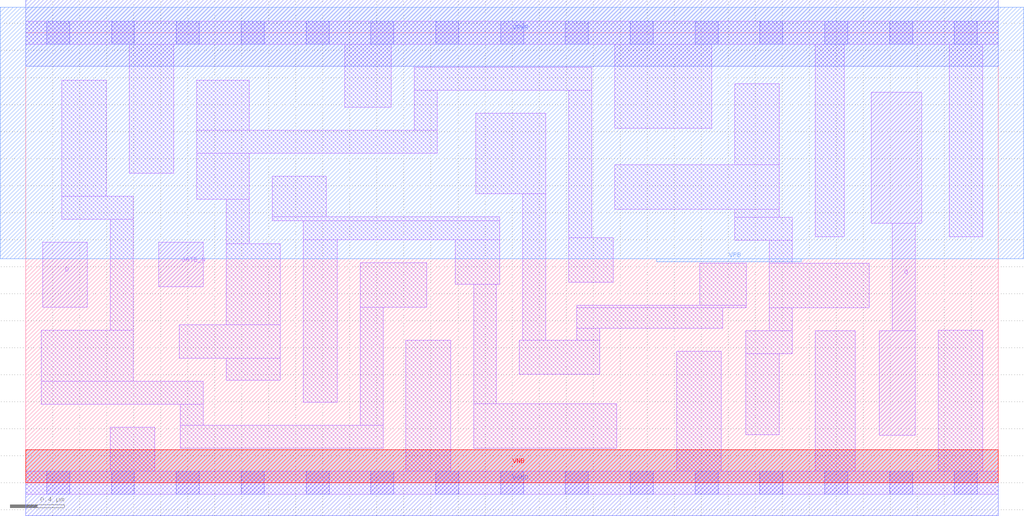
<source format=lef>
# Copyright 2020 The SkyWater PDK Authors
#
# Licensed under the Apache License, Version 2.0 (the "License");
# you may not use this file except in compliance with the License.
# You may obtain a copy of the License at
#
#     https://www.apache.org/licenses/LICENSE-2.0
#
# Unless required by applicable law or agreed to in writing, software
# distributed under the License is distributed on an "AS IS" BASIS,
# WITHOUT WARRANTIES OR CONDITIONS OF ANY KIND, either express or implied.
# See the License for the specific language governing permissions and
# limitations under the License.
#
# SPDX-License-Identifier: Apache-2.0

VERSION 5.7 ;
  NOWIREEXTENSIONATPIN ON ;
  DIVIDERCHAR "/" ;
  BUSBITCHARS "[]" ;
MACRO sky130_fd_sc_hs__dlxtn_2
  CLASS CORE ;
  FOREIGN sky130_fd_sc_hs__dlxtn_2 ;
  ORIGIN  0.000000  0.000000 ;
  SIZE  7.200000 BY  3.330000 ;
  SYMMETRY X Y ;
  SITE unit ;
  PIN D
    ANTENNAGATEAREA  0.208500 ;
    DIRECTION INPUT ;
    USE SIGNAL ;
    PORT
      LAYER li1 ;
        RECT 0.125000 1.300000 0.455000 1.780000 ;
    END
  END D
  PIN Q
    ANTENNADIFFAREA  0.638000 ;
    DIRECTION OUTPUT ;
    USE SIGNAL ;
    PORT
      LAYER li1 ;
        RECT 6.260000 1.920000 6.635000 2.890000 ;
        RECT 6.320000 0.350000 6.585000 1.125000 ;
        RECT 6.415000 1.125000 6.585000 1.920000 ;
    END
  END Q
  PIN GATE_N
    ANTENNAGATEAREA  0.237000 ;
    DIRECTION INPUT ;
    USE CLOCK ;
    PORT
      LAYER li1 ;
        RECT 0.985000 1.450000 1.315000 1.780000 ;
    END
  END GATE_N
  PIN VGND
    DIRECTION INOUT ;
    USE GROUND ;
    PORT
      LAYER met1 ;
        RECT 0.000000 -0.245000 7.200000 0.245000 ;
    END
  END VGND
  PIN VNB
    DIRECTION INOUT ;
    USE GROUND ;
    PORT
      LAYER pwell ;
        RECT 0.000000 0.000000 7.200000 0.245000 ;
    END
  END VNB
  PIN VPB
    DIRECTION INOUT ;
    USE POWER ;
    PORT
      LAYER nwell ;
        RECT -0.190000 1.660000 7.390000 3.520000 ;
        RECT  4.670000 1.635000 5.740000 1.660000 ;
    END
  END VPB
  PIN VPWR
    DIRECTION INOUT ;
    USE POWER ;
    PORT
      LAYER met1 ;
        RECT 0.000000 3.085000 7.200000 3.575000 ;
    END
  END VPWR
  OBS
    LAYER li1 ;
      RECT 0.000000 -0.085000 7.200000 0.085000 ;
      RECT 0.000000  3.245000 7.200000 3.415000 ;
      RECT 0.115000  0.580000 1.315000 0.750000 ;
      RECT 0.115000  0.750000 0.795000 1.130000 ;
      RECT 0.265000  1.950000 0.795000 2.120000 ;
      RECT 0.265000  2.120000 0.595000 2.980000 ;
      RECT 0.625000  0.085000 0.955000 0.410000 ;
      RECT 0.625000  1.130000 0.795000 1.950000 ;
      RECT 0.765000  2.290000 1.095000 3.245000 ;
      RECT 1.135000  0.920000 1.885000 1.170000 ;
      RECT 1.145000  0.255000 2.645000 0.425000 ;
      RECT 1.145000  0.425000 1.315000 0.580000 ;
      RECT 1.265000  2.100000 1.655000 2.440000 ;
      RECT 1.265000  2.440000 3.045000 2.610000 ;
      RECT 1.265000  2.610000 1.655000 2.980000 ;
      RECT 1.485000  0.760000 1.885000 0.920000 ;
      RECT 1.485000  1.170000 1.885000 1.770000 ;
      RECT 1.485000  1.770000 1.655000 2.100000 ;
      RECT 1.825000  1.940000 3.510000 1.970000 ;
      RECT 1.825000  1.970000 2.225000 2.270000 ;
      RECT 2.055000  0.595000 2.305000 1.800000 ;
      RECT 2.055000  1.800000 3.510000 1.940000 ;
      RECT 2.360000  2.780000 2.705000 3.245000 ;
      RECT 2.475000  0.425000 2.645000 1.300000 ;
      RECT 2.475000  1.300000 2.970000 1.630000 ;
      RECT 2.815000  0.085000 3.145000 1.055000 ;
      RECT 2.875000  2.610000 3.045000 2.905000 ;
      RECT 2.875000  2.905000 4.190000 3.075000 ;
      RECT 3.180000  1.470000 3.510000 1.800000 ;
      RECT 3.315000  0.255000 4.375000 0.585000 ;
      RECT 3.315000  0.585000 3.485000 1.470000 ;
      RECT 3.330000  2.140000 3.850000 2.735000 ;
      RECT 3.655000  0.805000 4.250000 1.055000 ;
      RECT 3.680000  1.055000 3.850000 2.140000 ;
      RECT 4.020000  1.485000 4.350000 1.815000 ;
      RECT 4.020000  1.815000 4.190000 2.905000 ;
      RECT 4.080000  1.055000 4.250000 1.145000 ;
      RECT 4.080000  1.145000 5.160000 1.295000 ;
      RECT 4.080000  1.295000 5.335000 1.315000 ;
      RECT 4.360000  2.025000 5.580000 2.355000 ;
      RECT 4.360000  2.625000 5.080000 3.245000 ;
      RECT 4.820000  0.085000 5.150000 0.975000 ;
      RECT 4.990000  1.315000 5.335000 1.625000 ;
      RECT 5.250000  1.795000 5.675000 1.965000 ;
      RECT 5.250000  1.965000 5.580000 2.025000 ;
      RECT 5.250000  2.355000 5.580000 2.955000 ;
      RECT 5.330000  0.355000 5.580000 0.955000 ;
      RECT 5.330000  0.955000 5.675000 1.125000 ;
      RECT 5.505000  1.125000 5.675000 1.295000 ;
      RECT 5.505000  1.295000 6.245000 1.625000 ;
      RECT 5.505000  1.625000 5.675000 1.795000 ;
      RECT 5.845000  0.085000 6.140000 1.125000 ;
      RECT 5.845000  1.820000 6.060000 3.245000 ;
      RECT 6.755000  0.085000 7.085000 1.130000 ;
      RECT 6.835000  1.820000 7.085000 3.245000 ;
    LAYER mcon ;
      RECT 0.155000 -0.085000 0.325000 0.085000 ;
      RECT 0.155000  3.245000 0.325000 3.415000 ;
      RECT 0.635000 -0.085000 0.805000 0.085000 ;
      RECT 0.635000  3.245000 0.805000 3.415000 ;
      RECT 1.115000 -0.085000 1.285000 0.085000 ;
      RECT 1.115000  3.245000 1.285000 3.415000 ;
      RECT 1.595000 -0.085000 1.765000 0.085000 ;
      RECT 1.595000  3.245000 1.765000 3.415000 ;
      RECT 2.075000 -0.085000 2.245000 0.085000 ;
      RECT 2.075000  3.245000 2.245000 3.415000 ;
      RECT 2.555000 -0.085000 2.725000 0.085000 ;
      RECT 2.555000  3.245000 2.725000 3.415000 ;
      RECT 3.035000 -0.085000 3.205000 0.085000 ;
      RECT 3.035000  3.245000 3.205000 3.415000 ;
      RECT 3.515000 -0.085000 3.685000 0.085000 ;
      RECT 3.515000  3.245000 3.685000 3.415000 ;
      RECT 3.995000 -0.085000 4.165000 0.085000 ;
      RECT 3.995000  3.245000 4.165000 3.415000 ;
      RECT 4.475000 -0.085000 4.645000 0.085000 ;
      RECT 4.475000  3.245000 4.645000 3.415000 ;
      RECT 4.955000 -0.085000 5.125000 0.085000 ;
      RECT 4.955000  3.245000 5.125000 3.415000 ;
      RECT 5.435000 -0.085000 5.605000 0.085000 ;
      RECT 5.435000  3.245000 5.605000 3.415000 ;
      RECT 5.915000 -0.085000 6.085000 0.085000 ;
      RECT 5.915000  3.245000 6.085000 3.415000 ;
      RECT 6.395000 -0.085000 6.565000 0.085000 ;
      RECT 6.395000  3.245000 6.565000 3.415000 ;
      RECT 6.875000 -0.085000 7.045000 0.085000 ;
      RECT 6.875000  3.245000 7.045000 3.415000 ;
  END
END sky130_fd_sc_hs__dlxtn_2
END LIBRARY

</source>
